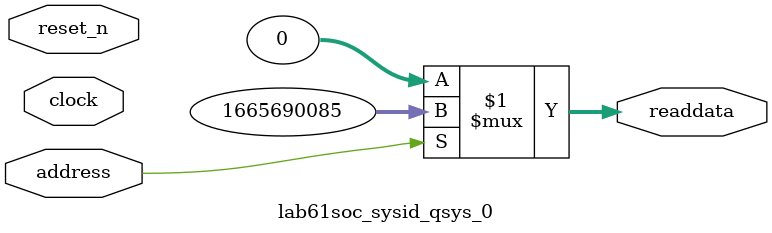
<source format=v>



// synthesis translate_off
`timescale 1ns / 1ps
// synthesis translate_on

// turn off superfluous verilog processor warnings 
// altera message_level Level1 
// altera message_off 10034 10035 10036 10037 10230 10240 10030 

module lab61soc_sysid_qsys_0 (
               // inputs:
                address,
                clock,
                reset_n,

               // outputs:
                readdata
             )
;

  output  [ 31: 0] readdata;
  input            address;
  input            clock;
  input            reset_n;

  wire    [ 31: 0] readdata;
  //control_slave, which is an e_avalon_slave
  assign readdata = address ? 1665690085 : 0;

endmodule



</source>
